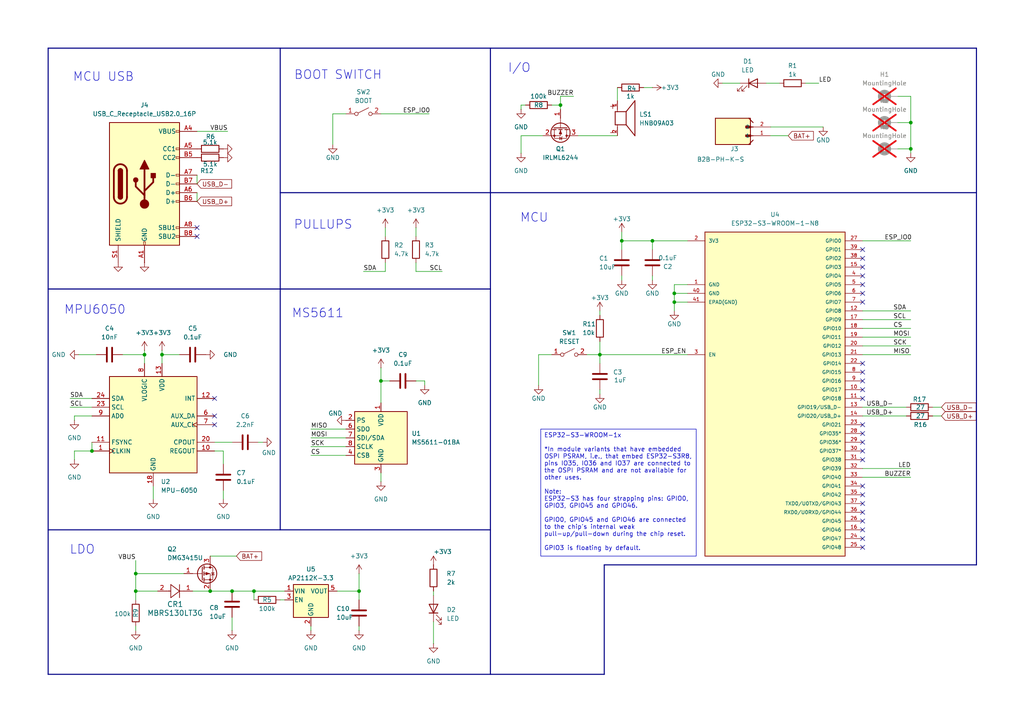
<source format=kicad_sch>
(kicad_sch (version 20250114) (generator "eeschema") (generator_version "9.0")
  (paper "A4")
  (title_block (title "MARS F25 Board") (date "2025-11-07") (rev "v1.0.1") (company "Metropolitan Aerospace Rocket Society") (comment 1 "Author: Anthony Dalgleish"))
  (lib_symbols
    (symbol "AT-1127-ST-2-R:AT-1127-ST-2-R" (pin_names (offset 1.016))
      (property "Reference" "LS1" (at 3.81 1.1258 0))
      (property "Value" "HNB09A03" (at 3.81 -1.4142 0))
      (symbol "AT-1127-ST-2-R_0_0"
        (text "+" (at -5.08 2.54 0) (effects (font (size 1.778 1.778)) (justify left bottom)))
        (text "-" (at -5.08 -5.08 0) (effects (font (size 1.778 1.778)) (justify left bottom)))
        (pin passive line (at -2.54 5.08 270) (length 2.54) (name "~") (number "1"))
        (pin passive line (at -2.54 -5.08 90) (length 2.54) (name "~") (number "2"))
      )
    )
    (symbol "B2B-PH-K-S:B2B-PH-K-S" (pin_names (offset 1.016))
      (property "Reference" "J" (at -5.58 5.08 0))
      (property "Value" "B2B-PH-K-S" (at -5.08 -5.08 0))
      (symbol "B2B-PH-K-S_0_0"
        (pin passive line (at -10.16 2.54 0) (length 5.08) (name "1") (number "1"))
        (pin passive line (at -10.16 0 0) (length 5.08) (name "2") (number "2"))
      )
    )
    (symbol "Connector:USB_C_Receptacle_USB2.0_16P" (pin_names (offset 1.016))
      (property "Reference" "J" (at 0 22.225 0))
      (property "Value" "USB_C_Receptacle_USB2.0_16P" (at 0 19.685 0))
      (symbol "USB_C_Receptacle_USB2.0_16P_1_1"
        (pin passive line (at -7.62 -22.86 90) (length 5.08) (name "SHIELD") (number "S1"))
        (pin passive line (at 0 -22.86 90) (length 5.08) (name "GND") (number "A1"))
        (pin passive line (at 0 -22.86 90) (length 5.08) (hide yes) (name "GND") (number "A12"))
        (pin passive line (at 0 -22.86 90) (length 5.08) (hide yes) (name "GND") (number "B1"))
        (pin passive line (at 0 -22.86 90) (length 5.08) (hide yes) (name "GND") (number "B12"))
        (pin passive line (at 15.24 15.24 180) (length 5.08) (name "VBUS") (number "A4"))
        (pin passive line (at 15.24 15.24 180) (length 5.08) (hide yes) (name "VBUS") (number "A9"))
        (pin passive line (at 15.24 15.24 180) (length 5.08) (hide yes) (name "VBUS") (number "B4"))
        (pin passive line (at 15.24 15.24 180) (length 5.08) (hide yes) (name "VBUS") (number "B9"))
        (pin bidirectional line (at 15.24 10.16 180) (length 5.08) (name "CC1") (number "A5"))
        (pin bidirectional line (at 15.24 7.62 180) (length 5.08) (name "CC2") (number "B5"))
        (pin bidirectional line (at 15.24 2.54 180) (length 5.08) (name "D-") (number "A7"))
        (pin bidirectional line (at 15.24 0 180) (length 5.08) (name "D-") (number "B7"))
        (pin bidirectional line (at 15.24 -2.54 180) (length 5.08) (name "D+") (number "A6"))
        (pin bidirectional line (at 15.24 -5.08 180) (length 5.08) (name "D+") (number "B6"))
        (pin bidirectional line (at 15.24 -12.7 180) (length 5.08) (name "SBU1") (number "A8"))
        (pin bidirectional line (at 15.24 -15.24 180) (length 5.08) (name "SBU2") (number "B8"))
      )
    )
    (symbol "Device:C" (pin_numbers (hide yes)) (pin_names (offset 0.254))
      (property "Reference" "C" (at 0.635 2.54 0))
      (property "Value" "C" (at 0.635 -2.54 0))
      (symbol "C_1_1"
        (pin passive line (at 0 3.81 270) (length 2.794) (name "~") (number "1"))
        (pin passive line (at 0 -3.81 90) (length 2.794) (name "~") (number "2"))
      )
    )
    (symbol "Device:LED" (pin_numbers (hide yes)) (pin_names (offset 1.016) (hide yes))
      (property "Reference" "D" (at 0 2.54 0))
      (property "Value" "LED" (at 0 -2.54 0))
      (symbol "LED_1_1"
        (pin passive line (at -3.81 0 0) (length 2.54) (name "K") (number "1"))
        (pin passive line (at 3.81 0 180) (length 2.54) (name "A") (number "2"))
      )
    )
    (symbol "Device:R" (pin_numbers (hide yes)) (pin_names (offset 0))
      (property "Reference" "R" (at 2.032 0 90))
      (property "Value" "R" (at 0 0 90))
      (symbol "R_1_1"
        (pin passive line (at 0 3.81 270) (length 1.27) (name "~") (number "1"))
        (pin passive line (at 0 -3.81 90) (length 1.27) (name "~") (number "2"))
      )
    )
    (symbol "MBRS130LT3G:MBRS130LT3G" (pin_names (offset 0.254))
      (property "Reference" "CR" (at 5.08 4.445 0))
      (property "Value" "MBRS130LT3G" (at 5.08 -3.81 0))
      (symbol "MBRS130LT3G_1_1"
        (pin unspecified line (at 0 0 0) (length 2.54) (name "") (number "2"))
        (pin unspecified line (at 10.16 0 180) (length 2.54) (name "") (number "1"))
      )
      (symbol "MBRS130LT3G_1_2"
        (pin unspecified line (at 0 10.16 270) (length 2.54) (name "") (number "1"))
        (pin unspecified line (at 0 0 90) (length 2.54) (name "") (number "2"))
      )
    )
    (symbol "Mechanical:MountingHole_Pad" (pin_numbers (hide yes)) (pin_names (offset 1.016) (hide yes)) (in_bom no)
      (property "Reference" "H" (at 0 6.35 0))
      (property "Value" "MountingHole_Pad" (at 0 4.445 0))
      (symbol "MountingHole_Pad_1_1"
        (pin input line (at 0 -2.54 90) (length 2.54) (name "1") (number "1"))
      )
    )
    (symbol "Morten_Library.kicad_sym_9:+3V3" (power) (pin_names (offset 0))
      (property "Value" "+3V3" (at 0 3.556 0))
      (symbol "+3V3_1_1"
        (pin power_in line (at 0 0 90) (length 0) (hide yes) (name "+3V3") (number "1"))
      )
    )
    (symbol "Morten_Library.kicad_sym_9:ESP32-S3-WROOM-1x-N8R8" (pin_names (offset 1.016))
      (property "Reference" "U4" (at -19.304 46.99 0))
      (property "Value" "ESP32-S3-WROOM-1-N16" (at -7.366 -49.53 0))
      (symbol "ESP32-S3-WROOM-1x-N8R8_0_0"
        (pin power_in line (at -25.4 43.18 0) (length 5.08) (name "3V3") (number "2"))
        (pin power_in line (at -25.4 30.48 0) (length 5.08) (name "GND") (number "1"))
        (pin power_in line (at -25.4 27.94 0) (length 5.08) (name "GND") (number "40"))
        (pin power_in line (at -25.4 25.4 0) (length 5.08) (name "EPAD(GND)") (number "41"))
        (pin input line (at -25.4 10.16 0) (length 5.08) (name "EN") (number "3"))
      )
      (symbol "ESP32-S3-WROOM-1x-N8R8_1_0"
        (pin bidirectional line (at 25.4 43.18 180) (length 5.08) (name "GPIO0") (number "27"))
        (pin bidirectional line (at 25.4 40.64 180) (length 5.08) (name "GPIO1") (number "39"))
        (pin bidirectional line (at 25.4 38.1 180) (length 5.08) (name "GPIO2") (number "38"))
        (pin bidirectional line (at 25.4 35.56 180) (length 5.08) (name "GPIO3") (number "15"))
        (pin bidirectional line (at 25.4 30.48 180) (length 5.08) (name "GPIO5") (number "5"))
        (pin bidirectional line (at 25.4 27.94 180) (length 5.08) (name "GPIO6") (number "6"))
        (pin bidirectional line (at 25.4 25.4 180) (length 5.08) (name "GPIO7") (number "7"))
        (pin bidirectional line (at 25.4 22.86 180) (length 5.08) (name "GPIO8") (number "12"))
        (pin bidirectional line (at 25.4 20.32 180) (length 5.08) (name "GPIO9") (number "17"))
        (pin bidirectional line (at 25.4 17.78 180) (length 5.08) (name "GPIO10") (number "18"))
        (pin bidirectional line (at 25.4 15.24 180) (length 5.08) (name "GPIO11") (number "19"))
        (pin bidirectional line (at 25.4 12.7 180) (length 5.08) (name "GPIO12") (number "20"))
        (pin bidirectional line (at 25.4 10.16 180) (length 5.08) (name "GPIO13") (number "21"))
        (pin bidirectional line (at 25.4 7.62 180) (length 5.08) (name "GPIO14") (number "22"))
        (pin bidirectional line (at 25.4 5.08 180) (length 5.08) (name "GPIO15") (number "8"))
        (pin bidirectional line (at 25.4 2.54 180) (length 5.08) (name "GPIO16") (number "9"))
        (pin bidirectional line (at 25.4 0 180) (length 5.08) (name "GPIO17") (number "10"))
        (pin bidirectional line (at 25.4 -2.54 180) (length 5.08) (name "GPIO18") (number "11"))
        (pin bidirectional line (at 25.4 -5.08 180) (length 5.08) (name "GPIO19/USB_D-") (number "13"))
        (pin bidirectional line (at 25.4 -7.62 180) (length 5.08) (name "GPIO20/USB_D+") (number "14"))
        (pin bidirectional line (at 25.4 -10.16 180) (length 5.08) (name "GPIO21") (number "23"))
        (pin bidirectional line (at 25.4 -12.7 180) (length 5.08) (name "GPIO35*") (number "28"))
        (pin bidirectional line (at 25.4 -15.24 180) (length 5.08) (name "GPIO36*") (number "29"))
        (pin bidirectional line (at 25.4 -17.78 180) (length 5.08) (name "GPIO37*") (number "30"))
        (pin bidirectional line (at 25.4 -20.32 180) (length 5.08) (name "GPIO38") (number "31"))
        (pin bidirectional line (at 25.4 -22.86 180) (length 5.08) (name "GPIO39") (number "32"))
        (pin bidirectional line (at 25.4 -25.4 180) (length 5.08) (name "GPIO40") (number "33"))
        (pin bidirectional line (at 25.4 -27.94 180) (length 5.08) (name "GPIO41") (number "34"))
        (pin bidirectional line (at 25.4 -30.48 180) (length 5.08) (name "GPIO42") (number "35"))
        (pin bidirectional line (at 25.4 -33.02 180) (length 5.08) (name "TXD0/U0TXD/GPIO43") (number "37"))
        (pin bidirectional line (at 25.4 -35.56 180) (length 5.08) (name "RXD0/U0RXD/GPIO44") (number "36"))
        (pin bidirectional line (at 25.4 -38.1 180) (length 5.08) (name "GPIO45") (number "26"))
        (pin bidirectional line (at 25.4 -40.64 180) (length 5.08) (name "GPIO46") (number "16"))
        (pin bidirectional line (at 25.4 -43.18 180) (length 5.08) (name "GPIO47") (number "24"))
        (pin bidirectional line (at 25.4 -45.72 180) (length 5.08) (name "GPIO48") (number "25"))
      )
      (symbol "ESP32-S3-WROOM-1x-N8R8_1_1"
        (pin bidirectional line (at 25.4 33.02 180) (length 5.08) (name "GPIO4") (number "4"))
      )
    )
    (symbol "Morten_Library.kicad_sym_9:GND" (power) (pin_names (offset 0))
      (property "Value" "GND" (at 0 -3.81 0))
      (symbol "GND_1_1"
        (pin power_in line (at 0 0 270) (length 0) (hide yes) (name "GND") (number "1"))
      )
    )
    (symbol "Morten_Library.kicad_sym_9:SW_SPST" (pin_names (offset 0) (hide yes))
      (property "Reference" "SW" (at 0 3.175 0))
      (property "Value" "SW_SPST" (at 0 -2.54 0))
      (symbol "SW_SPST_1_1"
        (pin passive line (at -5.08 0 0) (length 2.54) (name "A") (number "1"))
        (pin passive line (at 5.08 0 180) (length 2.54) (name "B") (number "2"))
      )
    )
    (symbol "Regulator_Linear:AP2112K-3.3" (pin_names (offset 0.254))
      (property "Reference" "U" (at -5.08 5.715 0))
      (property "Value" "AP2112K-3.3" (at 0 5.715 0))
      (symbol "AP2112K-3.3_1_1"
        (pin power_in line (at -7.62 2.54 0) (length 2.54) (name "VIN") (number "1"))
        (pin input line (at -7.62 0 0) (length 2.54) (name "EN") (number "3"))
        (pin power_in line (at 0 -7.62 90) (length 2.54) (name "GND") (number "2"))
        (pin no_connect line (at 5.08 0 180) (length 2.54) (hide yes) (name "NC") (number "4"))
        (pin power_out line (at 7.62 2.54 180) (length 2.54) (name "VOUT") (number "5"))
      )
    )
    (symbol "Sensor_Motion:MPU-6050"
      (property "Reference" "U" (at -11.43 13.97 0))
      (property "Value" "MPU-6050" (at 7.62 -15.24 0))
      (symbol "MPU-6050_0_0"
        (text "" (at 12.7 -2.54 0) (effects (font (size 1.27 1.27))))
      )
      (symbol "MPU-6050_1_1"
        (pin bidirectional line (at -17.78 7.62 0) (length 5.08) (name "SDA") (number "24"))
        (pin input line (at -17.78 5.08 0) (length 5.08) (name "SCL") (number "23"))
        (pin input line (at -17.78 2.54 0) (length 5.08) (name "AD0") (number "9"))
        (pin input line (at -17.78 -5.08 0) (length 5.08) (name "FSYNC") (number "11"))
        (pin input clock (at -17.78 -7.62 0) (length 5.08) (name "CLKIN") (number "1"))
        (pin no_connect line (at -12.7 12.7 0) (length 2.54) (hide yes) (name "NC") (number "2"))
        (pin no_connect line (at -12.7 10.16 0) (length 2.54) (hide yes) (name "NC") (number "3"))
        (pin no_connect line (at -12.7 0 0) (length 2.54) (hide yes) (name "NC") (number "4"))
        (pin no_connect line (at -12.7 -2.54 0) (length 2.54) (hide yes) (name "NC") (number "5"))
        (pin no_connect line (at -12.7 -10.16 0) (length 2.54) (hide yes) (name "NC") (number "14"))
        (pin power_in line (at -2.54 17.78 270) (length 3.81) (name "VLOGIC") (number "8"))
        (pin power_in line (at 0 -17.78 90) (length 3.81) (name "GND") (number "18"))
        (pin power_in line (at 2.54 17.78 270) (length 3.81) (name "VDD") (number "13"))
        (pin no_connect line (at 12.7 12.7 180) (length 2.54) (hide yes) (name "NC") (number "15"))
        (pin no_connect line (at 12.7 10.16 180) (length 2.54) (hide yes) (name "NC") (number "16"))
        (pin no_connect line (at 12.7 5.08 180) (length 2.54) (hide yes) (name "NC") (number "17"))
        (pin no_connect line (at 12.7 -2.54 180) (length 2.54) (hide yes) (name "RESV") (number "21"))
        (pin no_connect line (at 12.7 -10.16 180) (length 2.54) (hide yes) (name "RESV") (number "19"))
        (pin no_connect line (at 12.7 -12.7 180) (length 2.54) (hide yes) (name "RESV") (number "22"))
        (pin output line (at 17.78 7.62 180) (length 5.08) (name "INT") (number "12"))
        (pin bidirectional line (at 17.78 2.54 180) (length 5.08) (name "AUX_DA") (number "6"))
        (pin output clock (at 17.78 0 180) (length 5.08) (name "AUX_CL") (number "7"))
        (pin passive line (at 17.78 -5.08 180) (length 5.08) (name "CPOUT") (number "20"))
        (pin passive line (at 17.78 -7.62 180) (length 5.08) (name "REGOUT") (number "10"))
      )
    )
    (symbol "Sensor_Pressure:MS5611-01BA"
      (property "Reference" "U" (at -6.35 8.89 0))
      (property "Value" "MS5611-01BA" (at 7.62 8.89 0))
      (symbol "MS5611-01BA_1_1"
        (pin input line (at -10.16 5.08 0) (length 2.54) (name "PS") (number "2"))
        (pin output line (at -10.16 2.54 0) (length 2.54) (name "SDO") (number "6"))
        (pin bidirectional line (at -10.16 0 0) (length 2.54) (name "SDI/SDA") (number "7"))
        (pin input line (at -10.16 -2.54 0) (length 2.54) (name "SCLK") (number "8"))
        (pin input line (at -10.16 -5.08 0) (length 2.54) (name "CSB") (number "4"))
        (pin input line (at -10.16 -5.08 0) (length 2.54) (hide yes) (name "CSB") (number "5"))
        (pin power_in line (at 0 10.16 270) (length 2.54) (name "VDD") (number "1"))
        (pin power_in line (at 0 -10.16 90) (length 2.54) (name "GND") (number "3"))
      )
    )
    (symbol "Transistor_FET:DMG2301L" (pin_names (hide yes))
      (property "Reference" "Q" (at 5.08 1.905 0))
      (property "Value" "DMG2301L" (at 5.08 0 0))
      (symbol "DMG2301L_1_1"
        (pin input line (at -5.08 0 0) (length 2.54) (name "G") (number "1"))
        (pin passive line (at 2.54 5.08 270) (length 2.54) (name "D") (number "3"))
        (pin passive line (at 2.54 -5.08 90) (length 2.54) (name "S") (number "2"))
      )
    )
    (symbol "Transistor_FET:IRLML6244" (pin_names (hide yes))
      (property "Reference" "Q" (at 5.08 1.905 0))
      (property "Value" "IRLML6244" (at 5.08 0 0))
      (symbol "IRLML6244_1_1"
        (pin input line (at -5.08 0 0) (length 2.54) (name "G") (number "1"))
        (pin passive line (at 2.54 5.08 270) (length 2.54) (name "D") (number "3"))
        (pin passive line (at 2.54 -5.08 90) (length 2.54) (name "S") (number "2"))
      )
    )
    (symbol "power:+3V3" (power) (pin_numbers (hide yes)) (pin_names (offset 0) (hide yes))
      (property "Value" "+3V3" (at 0 3.556 0))
      (symbol "+3V3_1_1"
        (pin power_in line (at 0 0 90) (length 0) (name "~") (number "1"))
      )
    )
    (symbol "power:GND" (power) (pin_numbers (hide yes)) (pin_names (offset 0) (hide yes))
      (property "Value" "GND" (at 0 -3.81 0))
      (symbol "GND_1_1"
        (pin power_in line (at 0 0 270) (length 0) (name "~") (number "1"))
      )
    )
  )
  (text "I/O" (at 150.622 19.812 0) (effects (font (size 2.54 2.54))))
  (text "MCU" (at 154.94 63.246 0) (effects (font (size 2.54 2.54))))
  (text "PULLUPS" (at 93.726 65.278 0) (effects (font (size 2.54 2.54))))
  (text "MPU6050" (at 18.542 91.44 0) (effects (font (size 2.54 2.54)) (justify left bottom)))
  (text "BOOT SWITCH" (at 98.044 21.844 0) (effects (font (size 2.54 2.54))))
  (text "MS5611" (at 84.582 92.456 0) (effects (font (size 2.54 2.54)) (justify left bottom)))
  (text "LDO" (at 23.876 159.512 0) (effects (font (size 2.54 2.54))))
  (text "MCU USB" (at 21.082 23.876 0) (effects (font (size 2.54 2.54)) (justify left bottom)))
  (text_box "ESP32-S3-WROOM-1x\n\n*In module variants that have embedded OSPI PSRAM, i.e., that embed ESP32-S3R8, pins IO35, IO36 and IO37 are connected to the OSPI PSRAM and are not available for other uses.\n\nNote:\nESP32-S3 has four strapping pins: GPIO0, GPIO3, GPIO45 and GPIO46.\n\nGPIO0, GPIO45 and GPIO46 are connected to the chip's internal weak pull-up/pull-down during the chip reset.\n\nGPIO3 is floating by default." (at 156.845 124.46 0) (size 45.085 36.83) (margins 0.9525 0.9525 0.9525 0.9525) (effects (font (size 1.27 1.27)) (justify left top)))
  (junction (at 60.96 171.45))
  (junction (at 73.66 171.45))
  (junction (at 41.91 102.87))
  (junction (at 264.16 43.18))
  (junction (at 39.37 171.45))
  (junction (at 39.37 166.37))
  (junction (at 162.56 30.48))
  (junction (at 264.16 35.56))
  (junction (at 104.14 171.45))
  (junction (at 67.31 171.45))
  (junction (at 189.23 69.85))
  (junction (at 180.34 69.85))
  (junction (at 195.58 87.63))
  (junction (at 195.58 85.09))
  (junction (at 173.99 102.87))
  (junction (at 46.99 102.87))
  (junction (at 110.49 110.49))
  (junction (at 26.67 130.81))
  (no_connect (at 250.19 82.55))
  (no_connect (at 250.19 87.63))
  (no_connect (at 250.19 158.75))
  (no_connect (at 250.19 133.35))
  (no_connect (at 250.19 77.47))
  (no_connect (at 250.19 123.19))
  (no_connect (at 250.19 146.05))
  (no_connect (at 250.19 85.09))
  (no_connect (at 57.15 66.04))
  (no_connect (at 57.15 68.58))
  (no_connect (at 250.19 80.01))
  (no_connect (at 250.19 125.73))
  (no_connect (at 250.19 143.51))
  (no_connect (at 250.19 74.93))
  (no_connect (at 250.19 115.57))
  (no_connect (at 250.19 153.67))
  (no_connect (at 250.19 151.13))
  (no_connect (at 250.19 110.49))
  (no_connect (at 250.19 113.03))
  (no_connect (at 62.23 115.57))
  (no_connect (at 250.19 140.97))
  (no_connect (at 250.19 148.59))
  (no_connect (at 250.19 107.95))
  (no_connect (at 62.23 120.65))
  (no_connect (at 250.19 105.41))
  (no_connect (at 250.19 128.27))
  (no_connect (at 250.19 156.21))
  (no_connect (at 62.23 123.19))
  (no_connect (at 250.19 130.81))
  (no_connect (at 250.19 72.39))
  (wire (pts (xy 39.37 181.61) (xy 39.37 182.88)))
  (wire (pts (xy 195.58 87.63) (xy 195.58 85.09)))
  (wire (pts (xy 104.14 166.37) (xy 104.14 171.45)))
  (wire (pts (xy 162.56 30.48) (xy 162.56 27.94)))
  (wire (pts (xy 195.58 85.09) (xy 199.39 85.09)))
  (wire (pts (xy 250.19 135.89) (xy 264.16 135.89)))
  (bus (pts (xy 13.97 13.97) (xy 13.97 195.58)))
  (wire (pts (xy 162.56 27.94) (xy 166.37 27.94)))
  (wire (pts (xy 26.67 120.65) (xy 21.59 120.65)))
  (wire (pts (xy 195.58 90.17) (xy 195.58 87.63)))
  (wire (pts (xy 209.55 24.13) (xy 214.63 24.13)))
  (wire (pts (xy 68.58 161.29) (xy 60.96 161.29)))
  (wire (pts (xy 73.66 171.45) (xy 82.55 171.45)))
  (wire (pts (xy 180.34 69.85) (xy 189.23 69.85)))
  (wire (pts (xy 111.76 78.74) (xy 105.41 78.74)))
  (wire (pts (xy 189.23 69.85) (xy 189.23 72.39)))
  (wire (pts (xy 250.19 69.85) (xy 264.16 69.85)))
  (wire (pts (xy 74.93 128.27) (xy 76.2 128.27)))
  (wire (pts (xy 100.33 33.02) (xy 96.52 33.02)))
  (wire (pts (xy 250.19 138.43) (xy 264.16 138.43)))
  (wire (pts (xy 250.19 118.11) (xy 262.89 118.11)))
  (wire (pts (xy 110.49 106.68) (xy 110.49 110.49)))
  (wire (pts (xy 110.49 110.49) (xy 110.49 116.84)))
  (wire (pts (xy 110.49 33.02) (xy 124.46 33.02)))
  (wire (pts (xy 195.58 87.63) (xy 199.39 87.63)))
  (wire (pts (xy 21.59 120.65) (xy 21.59 121.92)))
  (wire (pts (xy 273.05 120.65) (xy 270.51 120.65)))
  (wire (pts (xy 250.19 100.33) (xy 264.16 100.33)))
  (wire (pts (xy 195.58 82.55) (xy 199.39 82.55)))
  (bus (pts (xy 81.28 55.88) (xy 283.21 55.88)))
  (wire (pts (xy 250.19 92.71) (xy 264.16 92.71)))
  (wire (pts (xy 73.66 171.45) (xy 73.66 173.99)))
  (wire (pts (xy 110.49 110.49) (xy 113.03 110.49)))
  (wire (pts (xy 173.99 102.87) (xy 173.99 105.41)))
  (wire (pts (xy 250.19 95.25) (xy 264.16 95.25)))
  (wire (pts (xy 90.17 181.61) (xy 90.17 182.88)))
  (wire (pts (xy 35.56 102.87) (xy 41.91 102.87)))
  (wire (pts (xy 160.02 102.87) (xy 156.21 102.87)))
  (wire (pts (xy 90.17 132.08) (xy 100.33 132.08)))
  (wire (pts (xy 250.19 90.17) (xy 264.16 90.17)))
  (wire (pts (xy 20.32 118.11) (xy 26.67 118.11)))
  (wire (pts (xy 64.77 130.81) (xy 64.77 134.62)))
  (wire (pts (xy 264.16 44.45) (xy 264.16 43.18)))
  (wire (pts (xy 104.14 171.45) (xy 104.14 173.99)))
  (bus (pts (xy 13.97 195.58) (xy 175.26 195.58)))
  (wire (pts (xy 60.96 171.45) (xy 67.31 171.45)))
  (wire (pts (xy 264.16 35.56) (xy 264.16 43.18)))
  (wire (pts (xy 179.07 25.4) (xy 179.07 29.21)))
  (wire (pts (xy 157.48 39.37) (xy 151.13 39.37)))
  (bus (pts (xy 13.97 13.97) (xy 283.21 13.97)))
  (wire (pts (xy 41.91 101.6) (xy 41.91 102.87)))
  (wire (pts (xy 45.72 171.45) (xy 39.37 171.45)))
  (bus (pts (xy 13.97 83.82) (xy 142.24 83.82)))
  (wire (pts (xy 260.35 27.94) (xy 264.16 27.94)))
  (wire (pts (xy 264.16 27.94) (xy 264.16 35.56)))
  (wire (pts (xy 111.76 76.2) (xy 111.76 78.74)))
  (wire (pts (xy 26.67 130.81) (xy 21.59 130.81)))
  (wire (pts (xy 57.15 55.88) (xy 57.15 58.42)))
  (wire (pts (xy 39.37 171.45) (xy 39.37 166.37)))
  (wire (pts (xy 64.77 142.24) (xy 64.77 144.78)))
  (wire (pts (xy 151.13 31.75) (xy 151.13 30.48)))
  (bus (pts (xy 81.28 13.97) (xy 81.28 153.67)))
  (wire (pts (xy 180.34 67.31) (xy 180.34 69.85)))
  (wire (pts (xy 173.99 102.87) (xy 199.39 102.87)))
  (wire (pts (xy 22.86 102.87) (xy 27.94 102.87)))
  (wire (pts (xy 26.67 128.27) (xy 26.67 130.81)))
  (wire (pts (xy 170.18 102.87) (xy 173.99 102.87)))
  (wire (pts (xy 120.65 66.04) (xy 120.65 68.58)))
  (wire (pts (xy 228.6 39.37) (xy 223.52 39.37)))
  (wire (pts (xy 39.37 166.37) (xy 53.34 166.37)))
  (bus (pts (xy 13.97 153.67) (xy 142.24 153.67)))
  (wire (pts (xy 189.23 69.85) (xy 199.39 69.85)))
  (wire (pts (xy 46.99 101.6) (xy 46.99 102.87)))
  (wire (pts (xy 151.13 39.37) (xy 151.13 44.45)))
  (wire (pts (xy 260.35 35.56) (xy 264.16 35.56)))
  (wire (pts (xy 39.37 162.56) (xy 39.37 166.37)))
  (bus (pts (xy 175.26 195.58) (xy 175.26 163.83)))
  (wire (pts (xy 90.17 124.46) (xy 100.33 124.46)))
  (wire (pts (xy 41.91 102.87) (xy 41.91 105.41)))
  (wire (pts (xy 125.73 180.34) (xy 125.73 186.69)))
  (wire (pts (xy 195.58 85.09) (xy 195.58 82.55)))
  (wire (pts (xy 39.37 173.99) (xy 39.37 171.45)))
  (wire (pts (xy 125.73 171.45) (xy 125.73 172.72)))
  (wire (pts (xy 21.59 130.81) (xy 21.59 133.35)))
  (wire (pts (xy 97.79 171.45) (xy 104.14 171.45)))
  (wire (pts (xy 273.05 118.11) (xy 270.51 118.11)))
  (wire (pts (xy 189.23 80.01) (xy 189.23 81.28)))
  (wire (pts (xy 46.99 102.87) (xy 46.99 105.41)))
  (wire (pts (xy 250.19 120.65) (xy 262.89 120.65)))
  (wire (pts (xy 160.02 30.48) (xy 162.56 30.48)))
  (wire (pts (xy 111.76 66.04) (xy 111.76 68.58)))
  (wire (pts (xy 90.17 127) (xy 100.33 127)))
  (wire (pts (xy 250.19 102.87) (xy 264.16 102.87)))
  (wire (pts (xy 237.49 24.13) (xy 233.68 24.13)))
  (bus (pts (xy 175.26 163.83) (xy 283.21 163.83)))
  (wire (pts (xy 62.23 128.27) (xy 67.31 128.27)))
  (wire (pts (xy 180.34 80.01) (xy 180.34 81.28)))
  (wire (pts (xy 57.15 38.1) (xy 66.04 38.1)))
  (wire (pts (xy 55.88 171.45) (xy 60.96 171.45)))
  (wire (pts (xy 156.21 102.87) (xy 156.21 111.76)))
  (wire (pts (xy 120.65 78.74) (xy 128.27 78.74)))
  (wire (pts (xy 173.99 90.17) (xy 173.99 91.44)))
  (wire (pts (xy 180.34 69.85) (xy 180.34 72.39)))
  (wire (pts (xy 62.23 130.81) (xy 64.77 130.81)))
  (wire (pts (xy 151.13 30.48) (xy 152.4 30.48)))
  (wire (pts (xy 110.49 137.16) (xy 110.49 139.7)))
  (wire (pts (xy 162.56 31.75) (xy 162.56 30.48)))
  (wire (pts (xy 67.31 171.45) (xy 73.66 171.45)))
  (bus (pts (xy 283.21 13.97) (xy 283.21 163.83)))
  (bus (pts (xy 142.24 13.97) (xy 142.24 195.58)))
  (wire (pts (xy 67.31 179.07) (xy 67.31 182.88)))
  (wire (pts (xy 173.99 113.03) (xy 173.99 114.3)))
  (wire (pts (xy 44.45 140.97) (xy 44.45 144.78)))
  (wire (pts (xy 104.14 181.61) (xy 104.14 182.88)))
  (wire (pts (xy 57.15 53.34) (xy 57.15 50.8)))
  (wire (pts (xy 90.17 129.54) (xy 100.33 129.54)))
  (wire (pts (xy 222.25 24.13) (xy 226.06 24.13)))
  (wire (pts (xy 250.19 97.79) (xy 264.16 97.79)))
  (wire (pts (xy 96.52 33.02) (xy 96.52 41.91)))
  (wire (pts (xy 20.32 115.57) (xy 26.67 115.57)))
  (wire (pts (xy 238.76 36.83) (xy 223.52 36.83)))
  (wire (pts (xy 167.64 39.37) (xy 179.07 39.37)))
  (wire (pts (xy 120.65 110.49) (xy 123.19 110.49)))
  (wire (pts (xy 189.23 25.4) (xy 186.69 25.4)))
  (wire (pts (xy 120.65 76.2) (xy 120.65 78.74)))
  (wire (pts (xy 81.28 173.99) (xy 82.55 173.99)))
  (wire (pts (xy 260.35 43.18) (xy 264.16 43.18)))
  (wire (pts (xy 46.99 102.87) (xy 52.07 102.87)))
  (wire (pts (xy 173.99 99.06) (xy 173.99 102.87)))
  (wire (pts (xy 123.19 110.49) (xy 123.19 111.76)))
  (label "VBUS" (at 66.04 38.1 180))
  (label "USB_D+" (at 259.08 120.65 180))
  (label "SCK" (at 259.08 100.33 0))
  (label "MOSI" (at 259.08 97.79 0))
  (label "SCL" (at 128.27 78.74 180))
  (label "CS" (at 90.17 132.08 0))
  (label "SDA" (at 20.32 115.57 0))
  (label "CS" (at 259.08 95.25 0))
  (label "ESP_IO0" (at 256.54 69.85 0))
  (label "BUZZER" (at 264.16 138.43 180))
  (label "BUZZER" (at 166.37 27.94 180))
  (label "VBUS" (at 39.37 162.56 180))
  (label "SCL" (at 259.08 92.71 0))
  (label "SDA" (at 259.08 90.17 0))
  (label "MISO" (at 90.17 124.46 0))
  (label "USB_D-" (at 259.08 118.11 180))
  (label "MOSI" (at 90.17 127 0))
  (label "ESP_EN" (at 191.77 102.87 0))
  (label "SDA" (at 105.41 78.74 0))
  (label "LED" (at 237.49 24.13 0))
  (label "SCK" (at 90.17 129.54 0))
  (label "ESP_IO0" (at 116.84 33.02 0))
  (label "SCL" (at 20.32 118.11 0))
  (label "LED" (at 264.16 135.89 180))
  (label "MISO" (at 259.08 102.87 0))
  (global_label "USB_D+" (shape input) (at 273.05 120.65 0) (property "Intersheetrefs" "${INTERSHEET_REFS}" (effects (hide yes))))
  (global_label "USB_D+" (shape input) (at 57.15 58.42 0) (property "Intersheetrefs" "${INTERSHEET_REFS}" (effects (hide yes))))
  (global_label "USB_D-" (shape input) (at 273.05 118.11 0) (property "Intersheetrefs" "${INTERSHEET_REFS}" (effects (hide yes))))
  (global_label "USB_D-" (shape input) (at 57.15 53.34 0) (property "Intersheetrefs" "${INTERSHEET_REFS}" (effects (hide yes))))
  (global_label "BAT+" (shape input) (at 68.58 161.29 0) (property "Intersheetrefs" "${INTERSHEET_REFS}" (effects (hide yes))))
  (global_label "BAT+" (shape input) (at 228.6 39.37 0) (property "Intersheetrefs" "${INTERSHEET_REFS}" (effects (hide yes))))
  (symbol (lib_id "Device:R") (at 182.88 25.4 270) (unit 1)
    (property "Reference" "R4" (at 181.864 25.654 90) (effects (justify left)))
    (property "Value" "1k" (at 181.6101 27.94 90) (effects (justify left)))
    (property "Footprint" "Capacitor_SMD:C_0402_1005Metric" (effects (hide yes)))
    (property "Description" "Resistor" (effects (hide yes)))
    (property "LCSC" "C11702" (effects (hide yes)))
  )
  (symbol (lib_id "Device:C") (at 67.31 175.26 180) (unit 1)
    (property "Reference" "C8" (at 60.706 176.276 0) (effects (justify right)))
    (property "Value" "10uF" (at 60.706 178.816 0) (effects (justify right)))
    (property "Footprint" "Capacitor_SMD:C_0402_1005Metric" (effects (hide yes)))
    (property "Description" "Unpolarized capacitor" (effects (hide yes)))
    (property "LCSC" "C15525" (effects (hide yes)))
  )
  (symbol (lib_id "Mechanical:MountingHole_Pad") (at 257.81 35.56 90) (unit 1) (in_bom no) (dnp yes)
    (property "Reference" "H2" (at 256.54 29.21 90))
    (property "Value" "MountingHole" (at 256.54 31.75 90))
    (property "Footprint" "Mount:hole" (effects (hide yes)))
    (property "Description" "Mounting Hole with connection" (effects (hide yes)))
  )
  (symbol (lib_id "power:GND") (at 264.16 44.45 0) (unit 1)
    (property "Reference" "#PWR022" (effects (hide yes)))
    (property "Value" "GND" (at 264.16 49.53 0))
    (property "Description" "Power symbol creates a global label with name \"GND\" , ground" (effects (hide yes)))
  )
  (symbol (lib_id "Morten_Library.kicad_sym_9:GND") (at 238.76 36.83 0) (unit 1)
    (property "Reference" "#PWR037" (effects (hide yes)))
    (property "Value" "GND" (at 238.76 40.64 0))
    (property "Description" "Power symbol creates a global label with name \"GND\" , ground" (effects (hide yes)))
  )
  (symbol (lib_id "Mechanical:MountingHole_Pad") (at 257.81 27.94 90) (unit 1) (in_bom no) (dnp yes)
    (property "Reference" "H1" (at 256.54 21.59 90))
    (property "Value" "MountingHole" (at 256.54 24.13 90))
    (property "Footprint" "Mount:hole" (effects (hide yes)))
    (property "Description" "Mounting Hole with connection" (effects (hide yes)))
  )
  (symbol (lib_id "power:GND") (at 64.77 144.78 0) (unit 1)
    (property "Reference" "#PWR015" (effects (hide yes)))
    (property "Value" "GND" (at 64.77 149.86 0))
    (property "Description" "Power symbol creates a global label with name \"GND\" , ground" (effects (hide yes)))
  )
  (symbol (lib_id "Mechanical:MountingHole_Pad") (at 257.81 43.18 90) (unit 1) (in_bom no) (dnp yes)
    (property "Reference" "H3" (at 256.54 36.83 90))
    (property "Value" "MountingHole" (at 256.54 39.37 90))
    (property "Footprint" "Mount:hole" (effects (hide yes)))
    (property "Description" "Mounting Hole with connection" (effects (hide yes)))
  )
  (symbol (lib_id "Connector:USB_C_Receptacle_USB2.0_16P") (at 41.91 53.34 0) (unit 1)
    (property "Reference" "J4" (at 41.91 30.48 0))
    (property "Value" "USB_C_Receptacle_USB2.0_16P" (at 41.91 33.02 0))
    (property "Footprint" "Connector_USB:USB_C_Receptacle_Palconn_UTC16-G" (effects (hide yes)))
    (property "Datasheet" "https://www.usb.org/sites/default/files/documents/usb_type-c.zip" (effects (hide yes)))
    (property "Description" "USB 2.0-only 16P Type-C Receptacle connector" (effects (hide yes)))
    (property "JLC Link" "https://jlcpcb.com/partdetail/ShouHan-TYPE_C_16PIN_2MD_073/C2765186" (effects (hide yes)))
    (property "LCSC Part #" "C2765186" (effects (hide yes)))
    (property "basic?" "no" (effects (hide yes)))
    (property "info" "USB-C" (effects (hide yes)))
    (property "price" "C$0.0738 " (effects (hide yes)))
    (property "LCSC" "C2765186" (effects (hide yes)))
  )
  (symbol (lib_id "Morten_Library.kicad_sym_9:GND") (at 96.52 41.91 0) (unit 1)
    (property "Reference" "#PWR041" (effects (hide yes)))
    (property "Value" "GND" (at 96.52 45.72 0))
    (property "Description" "Power symbol creates a global label with name \"GND\" , ground" (effects (hide yes)))
  )
  (symbol (lib_id "power:+3V3") (at 120.65 66.04 0) (unit 1)
    (property "Reference" "#PWR020" (effects (hide yes)))
    (property "Value" "+3V3" (at 120.65 60.96 0))
    (property "Description" "Power symbol creates a global label with name \"+3V3\"" (effects (hide yes)))
  )
  (symbol (lib_id "Sensor_Pressure:MS5611-01BA") (at 110.49 127 0) (unit 1)
    (property "Reference" "U1" (at 119.38 125.7299 0) (effects (justify left)))
    (property "Value" "MS5611-01BA" (at 119.38 128.2699 0) (effects (justify left)))
    (property "Footprint" "Package_LGA:LGA-8_3x5mm_P1.25mm" (effects (hide yes)))
    (property "Datasheet" "https://www.te.com/commerce/DocumentDelivery/DDEController?Action=srchrtrv&DocNm=MS5611-01BA03&DocType=Data+Sheet&DocLang=English" (effects (hide yes)))
    (property "Description" "Barometric pressure sensor, 10cm resolution, 10 to 1200 mbar, I2C and SPI interface up to 20MHz, LGA-8" (effects (hide yes)))
    (property "LCSC" "C15639" (effects (hide yes)))
  )
  (symbol (lib_id "Morten_Library.kicad_sym_9:SW_SPST") (at 165.1 102.87 0) (unit 1)
    (property "Reference" "SW1" (at 165.1 96.52 0))
    (property "Value" "RESET" (at 165.1 99.06 0))
    (property "Footprint" "Button_Switch_SMD:SW_SPST_B3U-1000P" (effects (hide yes)))
    (property "Description" "Single Pole Single Throw (SPST) switch" (effects (hide yes)))
    (property "LCSC" "C231329" (effects (hide yes)))
  )
  (symbol (lib_id "Device:R") (at 111.76 72.39 0) (unit 1)
    (property "Reference" "R2" (at 114.3 71.1199 0) (effects (justify left)))
    (property "Value" "4.7k" (at 114.3 73.6599 0) (effects (justify left)))
    (property "Footprint" "Capacitor_SMD:C_0402_1005Metric" (effects (hide yes)))
    (property "Description" "Resistor" (effects (hide yes)))
    (property "LCSC" "C25900" (effects (hide yes)))
  )
  (symbol (lib_id "power:GND") (at 125.73 186.69 0) (unit 1)
    (property "Reference" "#PWR025" (effects (hide yes)))
    (property "Value" "GND" (at 125.73 191.77 0))
    (property "Description" "Power symbol creates a global label with name \"GND\" , ground" (effects (hide yes)))
  )
  (symbol (lib_id "power:+3V3") (at 46.99 101.6 0) (unit 1)
    (property "Reference" "#PWR012" (effects (hide yes)))
    (property "Value" "+3V3" (at 46.99 96.52 0))
    (property "Description" "Power symbol creates a global label with name \"+3V3\"" (effects (hide yes)))
  )
  (symbol (lib_id "Device:C") (at 104.14 177.8 180) (unit 1)
    (property "Reference" "C10" (at 97.536 176.53 0) (effects (justify right)))
    (property "Value" "10uF" (at 97.536 179.07 0) (effects (justify right)))
    (property "Footprint" "Capacitor_SMD:C_0402_1005Metric" (effects (hide yes)))
    (property "Description" "Unpolarized capacitor" (effects (hide yes)))
    (property "LCSC" "C15525" (effects (hide yes)))
  )
  (symbol (lib_id "power:GND") (at 209.55 24.13 270) (unit 1)
    (property "Reference" "#PWR024" (effects (hide yes)))
    (property "Value" "GND" (at 208.28 21.59 90))
    (property "Description" "Power symbol creates a global label with name \"GND\" , ground" (effects (hide yes)))
  )
  (symbol (lib_id "Morten_Library.kicad_sym_9:GND") (at 173.99 114.3 0) (unit 1)
    (property "Reference" "#PWR034" (effects (hide yes)))
    (property "Value" "GND" (at 173.99 118.11 0))
    (property "Description" "Power symbol creates a global label with name \"GND\" , ground" (effects (hide yes)))
  )
  (symbol (lib_id "Device:R") (at 60.96 43.18 270) (unit 1)
    (property "Reference" "R6" (at 59.69 39.624 90) (effects (justify left)))
    (property "Value" "5.1k" (at 58.801 41.275 90) (effects (justify left)))
    (property "Footprint" "Resistor_SMD:R_0402_1005Metric" (effects (hide yes)))
    (property "Description" "Resistor" (effects (hide yes)))
    (property "JLC Link" "https://jlcpcb.com/partdetail/26648-0402WGF5101TCE/C25905" (effects (hide yes)))
    (property "LCSC Part #" "C25905" (effects (hide yes)))
    (property "basic?" "yes" (effects (hide yes)))
    (property "info" "5.1k ohm" (effects (hide yes)))
    (property "price" "C$0.0006" (effects (hide yes)))
    (property "LCSC" "C25905" (effects (hide yes)))
  )
  (symbol (lib_id "Device:R") (at 39.37 177.8 180) (unit 1)
    (property "Reference" "R9" (at 39.37 177.8 90))
    (property "Value" "100k" (at 35.56 178.054 0))
    (property "Footprint" "Capacitor_SMD:C_0402_1005Metric" (effects (hide yes)))
    (property "Description" "Resistor" (effects (hide yes)))
    (property "LCSC" "C25741" (effects (hide yes)))
  )
  (symbol (lib_id "power:GND") (at 21.59 133.35 0) (unit 1)
    (property "Reference" "#PWR017" (effects (hide yes)))
    (property "Value" "GND" (at 21.59 138.43 0))
    (property "Description" "Power symbol creates a global label with name \"GND\" , ground" (effects (hide yes)))
  )
  (symbol (lib_id "power:GND") (at 76.2 128.27 90) (unit 1)
    (property "Reference" "#PWR014" (effects (hide yes)))
    (property "Value" "GND" (at 75.946 131.318 90) (effects (justify right)))
    (property "Description" "Power symbol creates a global label with name \"GND\" , ground" (effects (hide yes)))
  )
  (symbol (lib_id "Device:R") (at 173.99 95.25 180) (unit 1)
    (property "Reference" "R11" (at 168.91 93.98 0) (effects (justify right)))
    (property "Value" "10k" (at 168.91 96.52 0) (effects (justify right)))
    (property "Footprint" "Capacitor_SMD:C_0402_1005Metric" (effects (hide yes)))
    (property "Description" "Resistor" (effects (hide yes)))
    (property "LCSC" "C25744" (effects (hide yes)))
  )
  (symbol (lib_id "Morten_Library.kicad_sym_9:GND") (at 180.34 81.28 0) (unit 1)
    (property "Reference" "#PWR036" (effects (hide yes)))
    (property "Value" "GND" (at 180.34 85.09 0))
    (property "Description" "Power symbol creates a global label with name \"GND\" , ground" (effects (hide yes)))
  )
  (symbol (lib_id "Morten_Library.kicad_sym_9:GND") (at 189.23 81.28 0) (unit 1)
    (property "Reference" "#PWR038" (effects (hide yes)))
    (property "Value" "GND" (at 189.23 85.09 0))
    (property "Description" "Power symbol creates a global label with name \"GND\" , ground" (effects (hide yes)))
  )
  (symbol (lib_id "power:GND") (at 67.31 182.88 0) (unit 1)
    (property "Reference" "#PWR05" (effects (hide yes)))
    (property "Value" "GND" (at 67.31 187.96 0))
    (property "Description" "Power symbol creates a global label with name \"GND\" , ground" (effects (hide yes)))
  )
  (symbol (lib_id "Device:R") (at 60.96 45.72 90) (unit 1)
    (property "Reference" "R12" (at 61.976 49.53 90) (effects (justify left)))
    (property "Value" "5.1k" (at 63.119 47.625 90) (effects (justify left)))
    (property "Footprint" "Resistor_SMD:R_0402_1005Metric" (effects (hide yes)))
    (property "Description" "Resistor" (effects (hide yes)))
    (property "JLC Link" "https://jlcpcb.com/partdetail/26648-0402WGF5101TCE/C25905" (effects (hide yes)))
    (property "LCSC Part #" "C25905" (effects (hide yes)))
    (property "basic?" "yes" (effects (hide yes)))
    (property "info" "5.1k ohm" (effects (hide yes)))
    (property "price" "C$0.0006" (effects (hide yes)))
    (property "LCSC" "C25905" (effects (hide yes)))
  )
  (symbol (lib_id "Device:R") (at 266.7 120.65 270) (unit 1)
    (property "Reference" "R16" (at 266.954 123.19 90))
    (property "Value" "27" (at 266.954 118.11 90))
    (property "Footprint" "Resistor_SMD:R_0402_1005Metric" (effects (hide yes)))
    (property "LCSC Part #" "C25100" (effects (hide yes)))
    (property "basic?" "no" (effects (hide yes)))
    (property "info" "27 ohm" (effects (hide yes)))
    (property "price" "C$0.0007 " (effects (hide yes)))
    (property "JLC Link" "https://jlcpcb.com/partdetail/25843-0402WGF270JTCE/C25100" (effects (hide yes)))
    (property "LCSC" "C25100" (effects (hide yes)))
  )
  (symbol (lib_id "power:+3V3") (at 111.76 66.04 0) (unit 1)
    (property "Reference" "#PWR019" (effects (hide yes)))
    (property "Value" "+3V3" (at 111.76 60.96 0))
    (property "Description" "Power symbol creates a global label with name \"+3V3\"" (effects (hide yes)))
  )
  (symbol (lib_id "Device:R") (at 77.47 173.99 90) (unit 1)
    (property "Reference" "R5" (at 77.47 173.99 90))
    (property "Value" "100k" (at 77.47 176.53 90))
    (property "Footprint" "Capacitor_SMD:C_0402_1005Metric" (effects (hide yes)))
    (property "Description" "Resistor" (effects (hide yes)))
    (property "LCSC" "C25741" (effects (hide yes)))
  )
  (symbol (lib_id "Regulator_Linear:AP2112K-3.3") (at 90.17 173.99 0) (unit 1)
    (property "Reference" "U5" (at 90.17 165.1 0))
    (property "Value" "AP2112K-3.3" (at 90.17 167.64 0))
    (property "Footprint" "LDO:SOT_RG1_DIO" (effects (hide yes)))
    (property "Datasheet" "https://www.diodes.com/assets/Datasheets/AP2112.pdf" (effects (hide yes)))
    (property "Description" "600mA low dropout linear regulator, with enable pin, 3.8V-6V input voltage range, 3.3V fixed positive output, SOT-23-5" (effects (hide yes)))
    (property "LCSC" "C3021085" (effects (hide yes)))
  )
  (symbol (lib_id "power:GND") (at 39.37 182.88 0) (unit 1)
    (property "Reference" "#PWR023" (effects (hide yes)))
    (property "Value" "GND" (at 39.37 187.96 0))
    (property "Description" "Power symbol creates a global label with name \"GND\" , ground" (effects (hide yes)))
  )
  (symbol (lib_id "Transistor_FET:DMG2301L") (at 58.42 166.37 0) (unit 1)
    (property "Reference" "Q2" (at 48.514 159.258 0) (effects (justify left)))
    (property "Value" "DMG3415U" (at 48.514 161.798 0) (effects (justify left)))
    (property "Footprint" "Package_TO_SOT_SMD:SOT-23" (effects (hide yes)))
    (property "Datasheet" "https://jlcpcb.com/api/file/downloadByFileSystemAccessId/8603185894749200384" (effects (hide yes)))
    (property "Description" "-3A Id, -20V Vds, P-Channel MOSFET, SOT-23" (effects (hide yes)))
  )
  (symbol (lib_id "Device:R") (at 266.7 118.11 270) (unit 1)
    (property "Reference" "R17" (at 266.7 115.824 90))
    (property "Value" "27" (at 266.954 120.65 90))
    (property "Footprint" "Resistor_SMD:R_0402_1005Metric" (effects (hide yes)))
    (property "LCSC Part #" "C25100" (effects (hide yes)))
    (property "basic?" "no" (effects (hide yes)))
    (property "info" "27 ohm" (effects (hide yes)))
    (property "price" "C$0.0007 " (effects (hide yes)))
    (property "JLC Link" "https://jlcpcb.com/partdetail/25843-0402WGF270JTCE/C25100" (effects (hide yes)))
    (property "LCSC" "C25100" (effects (hide yes)))
  )
  (symbol (lib_id "Sensor_Motion:MPU-6050") (at 44.45 123.19 0) (unit 1)
    (property "Reference" "U2" (at 46.6441 139.7 0) (effects (justify left)))
    (property "Value" "MPU-6050" (at 46.6441 142.24 0) (effects (justify left)))
    (property "Footprint" "Sensor_Motion:InvenSense_QFN-24_4x4mm_P0.5mm" (effects (hide yes)))
    (property "Datasheet" "https://invensense.tdk.com/wp-content/uploads/2015/02/MPU-6000-Datasheet1.pdf" (effects (hide yes)))
    (property "Description" "InvenSense 6-Axis Motion Sensor, Gyroscope, Accelerometer, I2C" (effects (hide yes)))
    (property "LCSC" "C24112" (effects (hide yes)))
  )
  (symbol (lib_id "Device:R") (at 156.21 30.48 270) (unit 1)
    (property "Reference" "R8" (at 156.21 30.48 90))
    (property "Value" "100k" (at 156.21 27.94 90))
    (property "Footprint" "Capacitor_SMD:C_0402_1005Metric" (effects (hide yes)))
    (property "Description" "Resistor" (effects (hide yes)))
    (property "LCSC" "C25741" (effects (hide yes)))
  )
  (symbol (lib_id "power:+3V3") (at 110.49 106.68 0) (unit 1)
    (property "Reference" "#PWR030" (effects (hide yes)))
    (property "Value" "+3V3" (at 110.49 101.6 0))
    (property "Description" "Power symbol creates a global label with name \"+3V3\"" (effects (hide yes)))
  )
  (symbol (lib_id "power:GND") (at 64.77 43.18 90) (unit 1)
    (property "Reference" "#PWR03" (effects (hide yes)))
    (property "Value" "GND" (effects (hide yes)))
    (property "Description" "Power symbol creates a global label with name \"GND\" , ground" (effects (hide yes)))
  )
  (symbol (lib_id "power:GND") (at 21.59 121.92 0) (unit 1)
    (property "Reference" "#PWR018" (effects (hide yes)))
    (property "Value" "GND" (at 21.59 127 0))
    (property "Description" "Power symbol creates a global label with name \"GND\" , ground" (effects (hide yes)))
  )
  (symbol (lib_id "Device:C") (at 71.12 128.27 90) (unit 1)
    (property "Reference" "C6" (at 71.12 120.65 90))
    (property "Value" "2.2nF" (at 71.12 123.19 90))
    (property "Footprint" "Capacitor_SMD:C_0402_1005Metric" (effects (hide yes)))
    (property "Description" "Unpolarized capacitor" (effects (hide yes)))
    (property "LCSC" "C84703" (effects (hide yes)))
  )
  (symbol (lib_id "power:GND") (at 59.69 102.87 90) (unit 1)
    (property "Reference" "#PWR013" (effects (hide yes)))
    (property "Value" "GND" (at 64.77 102.8699 90) (effects (justify right)))
    (property "Description" "Power symbol creates a global label with name \"GND\" , ground" (effects (hide yes)))
  )
  (symbol (lib_id "power:GND") (at 41.91 76.2 0) (unit 1)
    (property "Reference" "#PWR02" (effects (hide yes)))
    (property "Value" "GND" (effects (hide yes)))
    (property "Description" "Power symbol creates a global label with name \"GND\" , ground" (effects (hide yes)))
  )
  (symbol (lib_id "power:+3V3") (at 125.73 163.83 0) (unit 1)
    (property "Reference" "#PWR06" (effects (hide yes)))
    (property "Value" "+3V3" (at 125.7301 160.02 0) (effects (justify left)))
    (property "Description" "Power symbol creates a global label with name \"+3V3\"" (effects (hide yes)))
  )
  (symbol (lib_id "Device:R") (at 120.65 72.39 0) (unit 1)
    (property "Reference" "R3" (at 123.19 71.1199 0) (effects (justify left)))
    (property "Value" "4.7k" (at 123.19 73.6599 0) (effects (justify left)))
    (property "Footprint" "Capacitor_SMD:C_0402_1005Metric" (effects (hide yes)))
    (property "Description" "Resistor" (effects (hide yes)))
    (property "LCSC" "C25900" (effects (hide yes)))
  )
  (symbol (lib_id "power:+3V3") (at 41.91 101.6 0) (unit 1)
    (property "Reference" "#PWR010" (effects (hide yes)))
    (property "Value" "+3V3" (at 41.91 96.52 0))
    (property "Description" "Power symbol creates a global label with name \"+3V3\"" (effects (hide yes)))
  )
  (symbol (lib_id "power:GND") (at 34.29 76.2 0) (unit 1)
    (property "Reference" "#PWR01" (effects (hide yes)))
    (property "Value" "GND" (effects (hide yes)))
    (property "Description" "Power symbol creates a global label with name \"GND\" , ground" (effects (hide yes)))
  )
  (symbol (lib_id "Device:C") (at 55.88 102.87 270) (unit 1)
    (property "Reference" "C5" (at 55.88 95.25 90))
    (property "Value" "0.1uF" (at 55.88 97.79 90))
    (property "Footprint" "Capacitor_SMD:C_0402_1005Metric" (effects (hide yes)))
    (property "Description" "Unpolarized capacitor" (effects (hide yes)))
    (property "LCSC" "C1525" (effects (hide yes)))
  )
  (symbol (lib_id "Device:C") (at 189.23 76.2 180) (unit 1)
    (property "Reference" "C2" (at 193.675 77.343 0))
    (property "Value" "0.1uF" (at 193.675 74.803 0))
    (property "Footprint" "Capacitor_SMD:C_0402_1005Metric" (effects (hide yes)))
    (property "Description" "Unpolarized capacitor" (effects (hide yes)))
    (property "LCSC" "C1525" (effects (hide yes)))
  )
  (symbol (lib_id "Device:LED") (at 125.73 176.53 90) (unit 1)
    (property "Reference" "D2" (at 129.54 176.8474 90) (effects (justify right)))
    (property "Value" "LED" (at 129.54 179.3874 90) (effects (justify right)))
    (property "Footprint" "LED_SMD:LED_0603_1608Metric" (effects (hide yes)))
    (property "Description" "Light emitting diode" (effects (hide yes)))
    (property "Sim.Pins" "1=K 2=A" (effects (hide yes)))
    (property "LCSC" "C2290" (effects (hide yes)))
  )
  (symbol (lib_id "power:GND") (at 104.14 182.88 0) (unit 1)
    (property "Reference" "#PWR09" (effects (hide yes)))
    (property "Value" "GND" (at 104.14 187.96 0))
    (property "Description" "Power symbol creates a global label with name \"GND\" , ground" (effects (hide yes)))
  )
  (symbol (lib_id "power:GND") (at 44.45 144.78 0) (unit 1)
    (property "Reference" "#PWR016" (effects (hide yes)))
    (property "Value" "GND" (at 44.45 149.86 0))
    (property "Description" "Power symbol creates a global label with name \"GND\" , ground" (effects (hide yes)))
  )
  (symbol (lib_id "power:GND") (at 90.17 182.88 0) (unit 1)
    (property "Reference" "#PWR07" (effects (hide yes)))
    (property "Value" "GND" (at 90.17 187.96 0))
    (property "Description" "Power symbol creates a global label with name \"GND\" , ground" (effects (hide yes)))
  )
  (symbol (lib_id "Device:C") (at 173.99 109.22 0) (unit 1)
    (property "Reference" "C3" (at 177.8 107.9499 0) (effects (justify left)))
    (property "Value" "1uF" (at 178.054 110.236 0) (effects (justify left)))
    (property "Footprint" "Capacitor_SMD:C_0402_1005Metric" (effects (hide yes)))
    (property "Description" "Unpolarized capacitor" (effects (hide yes)))
    (property "LCSC" "C52923" (effects (hide yes)))
  )
  (symbol (lib_id "power:GND") (at 151.13 31.75 0) (unit 1)
    (property "Reference" "#PWR021" (effects (hide yes)))
    (property "Value" "GND" (at 151.13 36.83 0))
    (property "Description" "Power symbol creates a global label with name \"GND\" , ground" (effects (hide yes)))
  )
  (symbol (lib_id "Morten_Library.kicad_sym_9:+3V3") (at 180.34 67.31 0) (unit 1)
    (property "Reference" "#PWR035" (effects (hide yes)))
    (property "Value" "+3V3" (at 180.34 63.5 0))
    (property "Description" "Power symbol creates a global label with name \"+3V3\"" (effects (hide yes)))
  )
  (symbol (lib_id "power:GND") (at 64.77 45.72 90) (unit 1)
    (property "Reference" "#PWR04" (effects (hide yes)))
    (property "Value" "GND" (effects (hide yes)))
    (property "Description" "Power symbol creates a global label with name \"GND\" , ground" (effects (hide yes)))
  )
  (symbol (lib_id "Transistor_FET:IRLML6244") (at 162.56 36.83 270) (unit 1)
    (property "Reference" "Q1" (at 162.56 43.18 90))
    (property "Value" "IRLML6244" (at 162.56 45.72 90))
    (property "Footprint" "Package_TO_SOT_SMD:SOT-23" (effects (hide yes)))
    (property "Datasheet" "https://www.infineon.com/dgdl/Infineon-IRLML6244-DataSheet-v01_01-EN.pdf?fileId=5546d462533600a4015356686fed261f" (effects (hide yes)))
    (property "Description" "6.3A Id, 20V Vds, 21mOhm Rds, N-Channel StrongIRFET Power MOSFET, SOT-23" (effects (hide yes)))
    (property "LCSC" "C5123965" (effects (hide yes)))
  )
  (symbol (lib_id "power:+3V3") (at 189.23 25.4 270) (unit 1)
    (property "Reference" "#PWR029" (effects (hide yes)))
    (property "Value" "+3V3" (at 194.31 25.4 90))
    (property "Description" "Power symbol creates a global label with name \"+3V3\"" (effects (hide yes)))
  )
  (symbol (lib_id "AT-1127-ST-2-R:AT-1127-ST-2-R") (at 181.61 34.29 0) (unit 1)
    (property "Reference" "LS1" (at 185.42 33.1642 0) (effects (justify left)))
    (property "Value" "HNB09A03" (at 185.42 35.7042 0) (effects (justify left)))
    (property "Footprint" "HNB09A03:HNB09A03" (effects (hide yes)))
    (property "Datasheet" "https://jlcpcb.com/api/file/downloadByFileSystemAccessId/8588889736149159936" (effects (hide yes)))
    (property "PARTREV" "C" (effects (hide yes)))
    (property "STANDARD" "Manufacturer Recommendations" (effects (hide yes)))
    (property "MAXIMUM_PACKAGE_HEIGHT" "4.2 mm" (effects (hide yes)))
    (property "MANUFACTURER" "PUI Audio" (effects (hide yes)))
    (property "LCSC" "C96102" (effects (hide yes)))
  )
  (symbol (lib_id "B2B-PH-K-S:B2B-PH-K-S") (at 213.36 36.83 180) (unit 1)
    (property "Reference" "J3" (at 214.2332 43.18 0) (effects (justify left)))
    (property "Value" "B2B-PH-K-S" (at 215.9 46.228 0) (effects (justify left)))
    (property "Footprint" "B2B-PH-K-S:JST_B2B-PH-K-S" (effects (hide yes)))
    (property "MANUFACTURER" "JST" (effects (hide yes)))
    (property "LCSC" "C131337" (effects (hide yes)))
  )
  (symbol (lib_id "MBRS130LT3G:MBRS130LT3G") (at 45.72 171.45 0) (unit 1)
    (property "Reference" "CR1" (at 50.8 175.26 0) (effects (font (size 1.524 1.524))))
    (property "Value" "MBRS130LT3G" (at 50.8 177.8 0) (effects (font (size 1.524 1.524))))
    (property "Footprint" "Diode:DIODE_SMB_2L_ONS" (effects (hide yes)))
    (property "Datasheet" "MBRS130LT3G" (effects (hide yes)))
    (property "LCSC" "C51771" (effects (hide yes)))
  )
  (symbol (lib_id "Device:LED") (at 218.44 24.13 0) (unit 1)
    (property "Reference" "D1" (at 216.8525 17.78 0))
    (property "Value" "LED" (at 216.8525 20.32 0))
    (property "Footprint" "LED_SMD:LED_0603_1608Metric" (effects (hide yes)))
    (property "Description" "Light emitting diode" (effects (hide yes)))
    (property "Sim.Pins" "1=K 2=A" (effects (hide yes)))
    (property "LCSC" "C2288" (effects (hide yes)))
  )
  (symbol (lib_id "power:GND") (at 100.33 121.92 270) (unit 1)
    (property "Reference" "#PWR033" (effects (hide yes)))
    (property "Value" "GND" (at 99.314 119.888 90) (effects (justify right)))
    (property "Description" "Power symbol creates a global label with name \"GND\" , ground" (effects (hide yes)))
  )
  (symbol (lib_id "power:GND") (at 22.86 102.87 270) (unit 1)
    (property "Reference" "#PWR011" (effects (hide yes)))
    (property "Value" "GND" (at 19.05 102.8699 90) (effects (justify right)))
    (property "Description" "Power symbol creates a global label with name \"GND\" , ground" (effects (hide yes)))
  )
  (symbol (lib_id "power:GND") (at 123.19 111.76 0) (unit 1)
    (property "Reference" "#PWR032" (effects (hide yes)))
    (property "Value" "GND" (at 123.19 116.84 0))
    (property "Description" "Power symbol creates a global label with name \"GND\" , ground" (effects (hide yes)))
  )
  (symbol (lib_id "Device:C") (at 31.75 102.87 90) (unit 1)
    (property "Reference" "C4" (at 31.75 95.25 90))
    (property "Value" "10nF" (at 31.75 97.79 90))
    (property "Footprint" "Capacitor_SMD:C_0402_1005Metric" (effects (hide yes)))
    (property "Description" "Unpolarized capacitor" (effects (hide yes)))
    (property "LCSC" "C15195" (effects (hide yes)))
  )
  (symbol (lib_id "Morten_Library.kicad_sym_9:GND") (at 195.58 90.17 0) (unit 1)
    (property "Reference" "#PWR039" (effects (hide yes)))
    (property "Value" "GND" (at 195.58 93.98 0))
    (property "Description" "Power symbol creates a global label with name \"GND\" , ground" (effects (hide yes)))
  )
  (symbol (lib_id "power:+3V3") (at 104.14 166.37 0) (unit 1)
    (property "Reference" "#PWR08" (effects (hide yes)))
    (property "Value" "+3V3" (at 104.14 161.29 0))
    (property "Description" "Power symbol creates a global label with name \"+3V3\"" (effects (hide yes)))
  )
  (symbol (lib_id "Device:R") (at 229.87 24.13 270) (unit 1)
    (property "Reference" "R1" (at 229.87 19.05 90))
    (property "Value" "1k" (at 229.87 21.59 90))
    (property "Footprint" "Capacitor_SMD:C_0402_1005Metric" (effects (hide yes)))
    (property "Description" "Resistor" (effects (hide yes)))
    (property "LCSC" "C11702" (effects (hide yes)))
  )
  (symbol (lib_id "Morten_Library.kicad_sym_9:ESP32-S3-WROOM-1x-N8R8") (at 224.79 113.03 0) (unit 1)
    (property "Reference" "U4" (at 224.79 62.23 0))
    (property "Value" "ESP32-S3-WROOM-1-N8" (at 224.79 64.77 0))
    (property "Footprint" "RF_Module:ESP32-S3-WROOM-1" (effects (hide yes)))
    (property "Datasheet" "https://www.espressif.com/sites/default/files/documentation/esp32-s3-wroom-1_wroom-1u_datasheet_en.pdf" (effects (hide yes)))
    (property "LCSC" "C2913198" (effects (hide yes)))
  )
  (symbol (lib_id "Device:C") (at 64.77 138.43 0) (unit 1)
    (property "Reference" "C7" (at 68.58 137.1599 0) (effects (justify left)))
    (property "Value" "0.1uF" (at 68.58 139.6999 0) (effects (justify left)))
    (property "Footprint" "Capacitor_SMD:C_0402_1005Metric" (effects (hide yes)))
    (property "Description" "Unpolarized capacitor" (effects (hide yes)))
    (property "LCSC" "C1525" (effects (hide yes)))
  )
  (symbol (lib_id "Morten_Library.kicad_sym_9:SW_SPST") (at 105.41 33.02 0) (unit 1)
    (property "Reference" "SW2" (at 105.41 26.67 0))
    (property "Value" "BOOT" (at 105.41 29.21 0))
    (property "Footprint" "Button_Switch_SMD:SW_SPST_B3U-1000P" (effects (hide yes)))
    (property "Description" "Single Pole Single Throw (SPST) switch" (effects (hide yes)))
    (property "LCSC" "C231329" (effects (hide yes)))
  )
  (symbol (lib_id "Morten_Library.kicad_sym_9:GND") (at 156.21 111.76 0) (unit 1)
    (property "Reference" "#PWR026" (effects (hide yes)))
    (property "Value" "GND" (at 156.21 115.57 0))
    (property "Description" "Power symbol creates a global label with name \"GND\" , ground" (effects (hide yes)))
  )
  (symbol (lib_id "power:GND") (at 110.49 139.7 0) (unit 1)
    (property "Reference" "#PWR031" (effects (hide yes)))
    (property "Value" "GND" (at 110.49 144.78 0))
    (property "Description" "Power symbol creates a global label with name \"GND\" , ground" (effects (hide yes)))
  )
  (symbol (lib_id "Device:R") (at 125.73 167.64 0) (unit 1)
    (property "Reference" "R7" (at 130.81 166.37 0))
    (property "Value" "2k" (at 130.81 168.91 0))
    (property "Footprint" "Capacitor_SMD:C_0402_1005Metric" (effects (hide yes)))
    (property "Description" "Resistor" (effects (hide yes)))
    (property "LCSC" "C4109" (effects (hide yes)))
  )
  (symbol (lib_id "Device:C") (at 180.34 76.2 180) (unit 1)
    (property "Reference" "C1" (at 173.736 74.93 0) (effects (justify right)))
    (property "Value" "10uF" (at 173.736 77.47 0) (effects (justify right)))
    (property "Footprint" "Capacitor_SMD:C_0402_1005Metric" (effects (hide yes)))
    (property "Description" "Unpolarized capacitor" (effects (hide yes)))
    (property "LCSC" "C15525" (effects (hide yes)))
  )
  (symbol (lib_id "Morten_Library.kicad_sym_9:+3V3") (at 173.99 90.17 0) (unit 1)
    (property "Reference" "#PWR027" (effects (hide yes)))
    (property "Value" "+3V3" (at 173.99 86.36 0))
    (property "Description" "Power symbol creates a global label with name \"+3V3\"" (effects (hide yes)))
  )
  (symbol (lib_id "Device:C") (at 116.84 110.49 90) (unit 1)
    (property "Reference" "C9" (at 116.84 102.87 90))
    (property "Value" "0.1uF" (at 116.84 105.41 90))
    (property "Footprint" "Capacitor_SMD:C_0402_1005Metric" (effects (hide yes)))
    (property "Description" "Unpolarized capacitor" (effects (hide yes)))
    (property "LCSC" "C1525" (effects (hide yes)))
  )
  (symbol (lib_id "power:GND") (at 151.13 44.45 0) (unit 1)
    (property "Reference" "#PWR028" (effects (hide yes)))
    (property "Value" "GND" (at 151.13 49.53 0))
    (property "Description" "Power symbol creates a global label with name \"GND\" , ground" (effects (hide yes)))
  )
)
</source>
